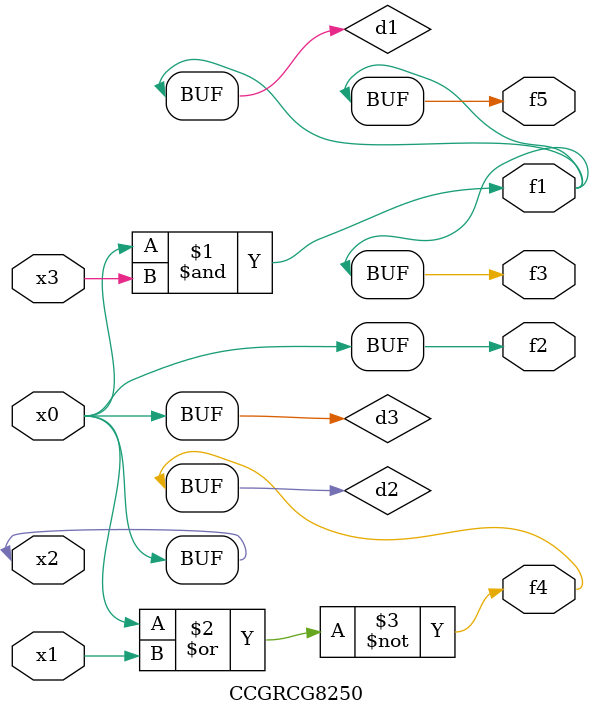
<source format=v>
module CCGRCG8250(
	input x0, x1, x2, x3,
	output f1, f2, f3, f4, f5
);

	wire d1, d2, d3;

	and (d1, x2, x3);
	nor (d2, x0, x1);
	buf (d3, x0, x2);
	assign f1 = d1;
	assign f2 = d3;
	assign f3 = d1;
	assign f4 = d2;
	assign f5 = d1;
endmodule

</source>
